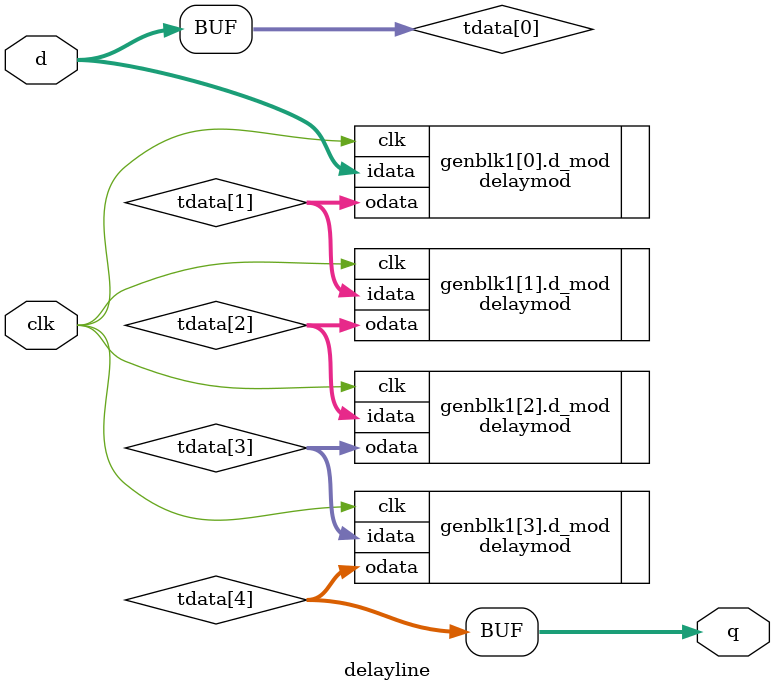
<source format=v>
`timescale 1ns / 1ps


module delayline #

(
    parameter N = 3,
    parameter DELAY = 4
    
)

(
    input wire clk,      
    input wire [N-1:0] d,       
    output wire [N-1:0] q 
);


wire [N-1:0] tdata [DELAY:0];

assign tdata[0] = d;


genvar i;

generate
for(i=0; i < DELAY; i = i + 1) begin
    
    delaymod d_mod(
    
    .idata(tdata[i]),
    .odata(tdata[i+1]),
    .clk(clk)
    
    );

end
endgenerate 

assign q = tdata[DELAY];
endmodule


</source>
